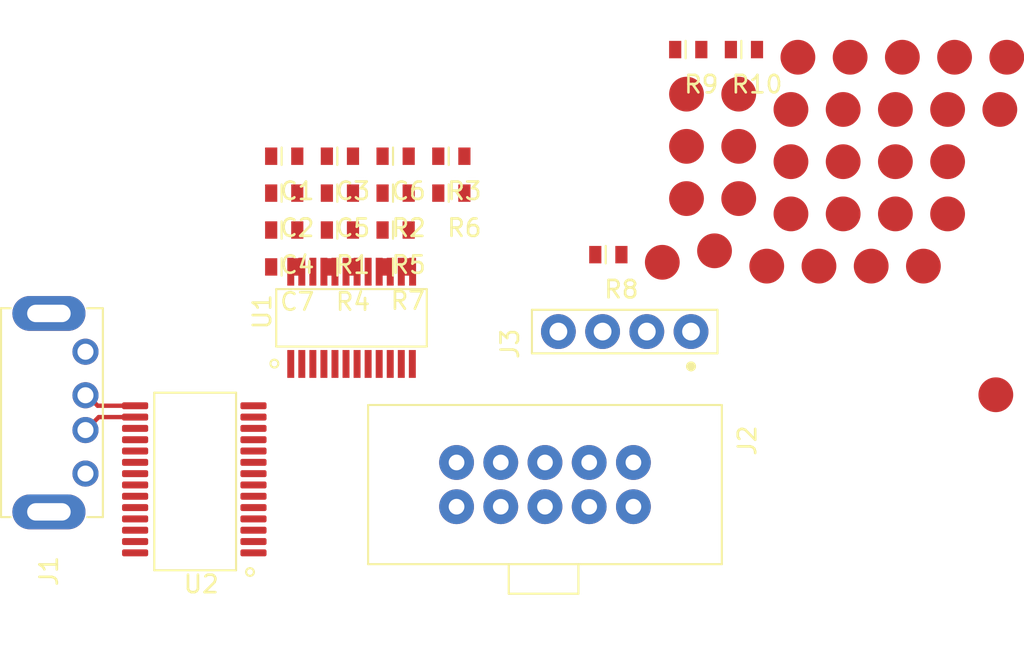
<source format=kicad_pcb>
(kicad_pcb (version 20171130) (host pcbnew "(5.1.5-0-10_14)")

  (general
    (thickness 1.6)
    (drawings 0)
    (tracks 7)
    (zones 0)
    (modules 53)
    (nets 50)
  )

  (page A4)
  (layers
    (0 F.Cu signal)
    (31 B.Cu signal)
    (32 B.Adhes user)
    (33 F.Adhes user hide)
    (34 B.Paste user)
    (35 F.Paste user)
    (36 B.SilkS user)
    (37 F.SilkS user)
    (38 B.Mask user hide)
    (39 F.Mask user hide)
    (40 Dwgs.User user)
    (41 Cmts.User user)
    (42 Eco1.User user)
    (43 Eco2.User user hide)
    (44 Edge.Cuts user hide)
    (45 Margin user)
    (46 B.CrtYd user)
    (47 F.CrtYd user)
    (48 B.Fab user)
    (49 F.Fab user)
  )

  (setup
    (last_trace_width 0.25)
    (trace_clearance 0.2)
    (zone_clearance 0.508)
    (zone_45_only no)
    (trace_min 0.2)
    (via_size 0.8)
    (via_drill 0.4)
    (via_min_size 0.4)
    (via_min_drill 0.3)
    (uvia_size 0.3)
    (uvia_drill 0.1)
    (uvias_allowed no)
    (uvia_min_size 0.2)
    (uvia_min_drill 0.1)
    (edge_width 0.05)
    (segment_width 0.2)
    (pcb_text_width 0.3)
    (pcb_text_size 1.5 1.5)
    (mod_edge_width 0.12)
    (mod_text_size 1 1)
    (mod_text_width 0.15)
    (pad_size 1.524 1.524)
    (pad_drill 0.762)
    (pad_to_mask_clearance 0.051)
    (solder_mask_min_width 0.25)
    (aux_axis_origin 0 0)
    (visible_elements FFFFFF7F)
    (pcbplotparams
      (layerselection 0x010fc_ffffffff)
      (usegerberextensions false)
      (usegerberattributes false)
      (usegerberadvancedattributes false)
      (creategerberjobfile false)
      (excludeedgelayer true)
      (linewidth 0.100000)
      (plotframeref false)
      (viasonmask false)
      (mode 1)
      (useauxorigin false)
      (hpglpennumber 1)
      (hpglpenspeed 20)
      (hpglpendiameter 15.000000)
      (psnegative false)
      (psa4output false)
      (plotreference true)
      (plotvalue true)
      (plotinvisibletext false)
      (padsonsilk false)
      (subtractmaskfromsilk false)
      (outputformat 1)
      (mirror false)
      (drillshape 1)
      (scaleselection 1)
      (outputdirectory ""))
  )

  (net 0 "")
  (net 1 "Net-(U1-Pad24)")
  (net 2 "Net-(U1-Pad13)")
  (net 3 "Net-(U1-Pad1)")
  (net 4 "Net-(U2-Pad28)")
  (net 5 "Net-(U2-Pad27)")
  (net 6 "Net-(U2-Pad24)")
  (net 7 "Net-(U2-Pad23)")
  (net 8 "Net-(U2-Pad22)")
  (net 9 "Net-(U2-Pad19)")
  (net 10 "Net-(U2-Pad13)")
  (net 11 "Net-(U2-Pad12)")
  (net 12 "Net-(U2-Pad8)")
  (net 13 "Net-(J1-Pad3)")
  (net 14 "Net-(J1-Pad2)")
  (net 15 GND)
  (net 16 +5V)
  (net 17 +3V3)
  (net 18 "Net-(R1-Pad2)")
  (net 19 "Net-(R2-Pad1)")
  (net 20 "Net-(R3-Pad1)")
  (net 21 "Net-(R4-Pad1)")
  (net 22 "Net-(R5-Pad1)")
  (net 23 "Net-(R6-Pad1)")
  (net 24 "Net-(R7-Pad1)")
  (net 25 /MCU_TO_FT)
  (net 26 /FT_TO_MCU)
  (net 27 "Net-(J2-Pad1)")
  (net 28 "Net-(J2-Pad8)")
  (net 29 /USB_PWR)
  (net 30 /TDI_C2CK)
  (net 31 /TDO_C2D)
  (net 32 /TMS_C2CK)
  (net 33 /TCK_C2D)
  (net 34 "Net-(J3-Pad4)")
  (net 35 /RX)
  (net 36 "Net-(T00-Pad1)")
  (net 37 "Net-(T01-Pad1)")
  (net 38 "Net-(T02-Pad1)")
  (net 39 "Net-(T03-Pad1)")
  (net 40 "Net-(T06-Pad1)")
  (net 41 "Net-(T10-Pad1)")
  (net 42 "Net-(T11-Pad1)")
  (net 43 "Net-(T12-Pad1)")
  (net 44 "Net-(T13-Pad1)")
  (net 45 "Net-(T14-Pad1)")
  (net 46 "Net-(T15-Pad1)")
  (net 47 "Net-(T16-Pad1)")
  (net 48 "Net-(T17-Pad1)")
  (net 49 "Net-(T21-Pad1)")

  (net_class Default "This is the default net class."
    (clearance 0.2)
    (trace_width 0.25)
    (via_dia 0.8)
    (via_drill 0.4)
    (uvia_dia 0.3)
    (uvia_drill 0.1)
    (add_net +3V3)
    (add_net +5V)
    (add_net /FT_TO_MCU)
    (add_net /MCU_TO_FT)
    (add_net /RX)
    (add_net /TCK_C2D)
    (add_net /TDI_C2CK)
    (add_net /TDO_C2D)
    (add_net /TMS_C2CK)
    (add_net /USB_PWR)
    (add_net GND)
    (add_net "Net-(J1-Pad2)")
    (add_net "Net-(J1-Pad3)")
    (add_net "Net-(J2-Pad1)")
    (add_net "Net-(J2-Pad8)")
    (add_net "Net-(J3-Pad4)")
    (add_net "Net-(R1-Pad2)")
    (add_net "Net-(R2-Pad1)")
    (add_net "Net-(R3-Pad1)")
    (add_net "Net-(R4-Pad1)")
    (add_net "Net-(R5-Pad1)")
    (add_net "Net-(R6-Pad1)")
    (add_net "Net-(R7-Pad1)")
    (add_net "Net-(T00-Pad1)")
    (add_net "Net-(T01-Pad1)")
    (add_net "Net-(T02-Pad1)")
    (add_net "Net-(T03-Pad1)")
    (add_net "Net-(T06-Pad1)")
    (add_net "Net-(T10-Pad1)")
    (add_net "Net-(T11-Pad1)")
    (add_net "Net-(T12-Pad1)")
    (add_net "Net-(T13-Pad1)")
    (add_net "Net-(T14-Pad1)")
    (add_net "Net-(T15-Pad1)")
    (add_net "Net-(T16-Pad1)")
    (add_net "Net-(T17-Pad1)")
    (add_net "Net-(T21-Pad1)")
    (add_net "Net-(U1-Pad1)")
    (add_net "Net-(U1-Pad13)")
    (add_net "Net-(U1-Pad24)")
    (add_net "Net-(U2-Pad12)")
    (add_net "Net-(U2-Pad13)")
    (add_net "Net-(U2-Pad19)")
    (add_net "Net-(U2-Pad22)")
    (add_net "Net-(U2-Pad23)")
    (add_net "Net-(U2-Pad24)")
    (add_net "Net-(U2-Pad27)")
    (add_net "Net-(U2-Pad28)")
    (add_net "Net-(U2-Pad8)")
  )

  (module receiver:TestPoint (layer F.Cu) (tedit 615734C8) (tstamp 61C25BAE)
    (at 81.919999 135.599999)
    (path /61D4A5E1)
    (fp_text reference T50 (at 0 0.5) (layer F.SilkS) hide
      (effects (font (size 1 1) (thickness 0.15)))
    )
    (fp_text value TestPoints (at 0 -0.5) (layer F.Fab) hide
      (effects (font (size 1 1) (thickness 0.15)))
    )
    (pad 1 smd circle (at 0 0) (size 2 2) (layers F.Cu F.Paste F.Mask)
      (net 34 "Net-(J3-Pad4)"))
  )

  (module receiver:TestPoint (layer F.Cu) (tedit 615734C8) (tstamp 61C25BA9)
    (at 86.08 142.99)
    (path /61CEB7E0)
    (fp_text reference T49 (at 0 0.5) (layer F.SilkS) hide
      (effects (font (size 1 1) (thickness 0.15)))
    )
    (fp_text value TestPoints (at 0 -0.5) (layer F.Fab) hide
      (effects (font (size 1 1) (thickness 0.15)))
    )
    (pad 1 smd circle (at 0 0) (size 2 2) (layers F.Cu F.Paste F.Mask)
      (net 15 GND))
  )

  (module receiver:TestPoint (layer F.Cu) (tedit 615734C8) (tstamp 61C25BA4)
    (at 83.309999 132.599999)
    (path /61CEC88D)
    (fp_text reference T48 (at 0 0.5) (layer F.SilkS) hide
      (effects (font (size 1 1) (thickness 0.15)))
    )
    (fp_text value TestPoints (at 0 -0.5) (layer F.Fab) hide
      (effects (font (size 1 1) (thickness 0.15)))
    )
    (pad 1 smd circle (at 0 0) (size 2 2) (layers F.Cu F.Paste F.Mask)
      (net 15 GND))
  )

  (module receiver:TestPoint (layer F.Cu) (tedit 615734C8) (tstamp 61C25B9F)
    (at 78.919999 135.599999)
    (path /61CEC9D6)
    (fp_text reference T47 (at 0 0.5) (layer F.SilkS) hide
      (effects (font (size 1 1) (thickness 0.15)))
    )
    (fp_text value TestPoints (at 0 -0.5) (layer F.Fab) hide
      (effects (font (size 1 1) (thickness 0.15)))
    )
    (pad 1 smd circle (at 0 0) (size 2 2) (layers F.Cu F.Paste F.Mask)
      (net 33 /TCK_C2D))
  )

  (module receiver:TestPoint (layer F.Cu) (tedit 615734C8) (tstamp 61C25B9A)
    (at 86.309999 126.599999)
    (path /61CECBDD)
    (fp_text reference T46 (at 0 0.5) (layer F.SilkS) hide
      (effects (font (size 1 1) (thickness 0.15)))
    )
    (fp_text value TestPoints (at 0 -0.5) (layer F.Fab) hide
      (effects (font (size 1 1) (thickness 0.15)))
    )
    (pad 1 smd circle (at 0 0) (size 2 2) (layers F.Cu F.Paste F.Mask)
      (net 33 /TCK_C2D))
  )

  (module receiver:TestPoint (layer F.Cu) (tedit 615734C8) (tstamp 61C25B95)
    (at 83.309999 129.599999)
    (path /61CECEB5)
    (fp_text reference T45 (at 0 0.5) (layer F.SilkS) hide
      (effects (font (size 1 1) (thickness 0.15)))
    )
    (fp_text value TestPoints (at 0 -0.5) (layer F.Fab) hide
      (effects (font (size 1 1) (thickness 0.15)))
    )
    (pad 1 smd circle (at 0 0) (size 2 2) (layers F.Cu F.Paste F.Mask)
      (net 30 /TDI_C2CK))
  )

  (module receiver:TestPoint (layer F.Cu) (tedit 615734C8) (tstamp 61C25B90)
    (at 80.309999 132.599999)
    (path /61CED11B)
    (fp_text reference T44 (at 0 0.5) (layer F.SilkS) hide
      (effects (font (size 1 1) (thickness 0.15)))
    )
    (fp_text value TestPoints (at 0 -0.5) (layer F.Fab) hide
      (effects (font (size 1 1) (thickness 0.15)))
    )
    (pad 1 smd circle (at 0 0) (size 2 2) (layers F.Cu F.Paste F.Mask)
      (net 30 /TDI_C2CK))
  )

  (module receiver:TestPoint (layer F.Cu) (tedit 615734C8) (tstamp 61C25B8B)
    (at 75.919999 135.599999)
    (path /61CED381)
    (fp_text reference T43 (at 0 0.5) (layer F.SilkS) hide
      (effects (font (size 1 1) (thickness 0.15)))
    )
    (fp_text value TestPoints (at 0 -0.5) (layer F.Fab) hide
      (effects (font (size 1 1) (thickness 0.15)))
    )
    (pad 1 smd circle (at 0 0) (size 2 2) (layers F.Cu F.Paste F.Mask)
      (net 17 +3V3))
  )

  (module receiver:TestPoint (layer F.Cu) (tedit 615734C8) (tstamp 61C25B86)
    (at 86.709999 123.599999)
    (path /61CED588)
    (fp_text reference T42 (at 0 0.5) (layer F.SilkS) hide
      (effects (font (size 1 1) (thickness 0.15)))
    )
    (fp_text value TestPoints (at 0 -0.5) (layer F.Fab) hide
      (effects (font (size 1 1) (thickness 0.15)))
    )
    (pad 1 smd circle (at 0 0) (size 2 2) (layers F.Cu F.Paste F.Mask)
      (net 17 +3V3))
  )

  (module receiver:TestPoint (layer F.Cu) (tedit 615734C8) (tstamp 61C25B81)
    (at 72.919999 135.599999)
    (path /61D11F0E)
    (fp_text reference T41 (at 0 0.5) (layer F.SilkS) hide
      (effects (font (size 1 1) (thickness 0.15)))
    )
    (fp_text value TestPoints (at 0 -0.5) (layer F.Fab) hide
      (effects (font (size 1 1) (thickness 0.15)))
    )
    (pad 1 smd circle (at 0 0) (size 2 2) (layers F.Cu F.Paste F.Mask)
      (net 16 +5V))
  )

  (module receiver:TestPoint (layer F.Cu) (tedit 615734C8) (tstamp 61C25B7C)
    (at 83.309999 126.599999)
    (path /61D122CA)
    (fp_text reference T40 (at 0 0.5) (layer F.SilkS) hide
      (effects (font (size 1 1) (thickness 0.15)))
    )
    (fp_text value TestPoints (at 0 -0.5) (layer F.Fab) hide
      (effects (font (size 1 1) (thickness 0.15)))
    )
    (pad 1 smd circle (at 0 0) (size 2 2) (layers F.Cu F.Paste F.Mask)
      (net 16 +5V))
  )

  (module receiver:TestPoint (layer F.Cu) (tedit 615734C8) (tstamp 61C25B77)
    (at 80.309999 129.599999)
    (path /61C6210D)
    (fp_text reference T33 (at 0 0.5) (layer F.SilkS) hide
      (effects (font (size 1 1) (thickness 0.15)))
    )
    (fp_text value TestPoints (at 0 -0.5) (layer F.Fab) hide
      (effects (font (size 1 1) (thickness 0.15)))
    )
    (pad 1 smd circle (at 0 0) (size 2 2) (layers F.Cu F.Paste F.Mask)
      (net 32 /TMS_C2CK))
  )

  (module receiver:TestPoint (layer F.Cu) (tedit 615734C8) (tstamp 61C25B72)
    (at 77.309999 132.599999)
    (path /61C61ADE)
    (fp_text reference T32 (at 0 0.5) (layer F.SilkS) hide
      (effects (font (size 1 1) (thickness 0.15)))
    )
    (fp_text value TestPoints (at 0 -0.5) (layer F.Fab) hide
      (effects (font (size 1 1) (thickness 0.15)))
    )
    (pad 1 smd circle (at 0 0) (size 2 2) (layers F.Cu F.Paste F.Mask)
      (net 31 /TDO_C2D))
  )

  (module receiver:TestPoint (layer F.Cu) (tedit 615734C8) (tstamp 61C25B6D)
    (at 83.709999 123.599999)
    (path /61C610AB)
    (fp_text reference T31 (at 0 0.5) (layer F.SilkS) hide
      (effects (font (size 1 1) (thickness 0.15)))
    )
    (fp_text value TestPoints (at 0 -0.5) (layer F.Fab) hide
      (effects (font (size 1 1) (thickness 0.15)))
    )
    (pad 1 smd circle (at 0 0) (size 2 2) (layers F.Cu F.Paste F.Mask)
      (net 29 /USB_PWR))
  )

  (module receiver:TestPoint (layer F.Cu) (tedit 615734C8) (tstamp 61C25B68)
    (at 74.309999 132.599999)
    (path /61D28FC5)
    (fp_text reference T21 (at 0 0.5) (layer F.SilkS) hide
      (effects (font (size 1 1) (thickness 0.15)))
    )
    (fp_text value TestPoints (at 0 -0.5) (layer F.Fab) hide
      (effects (font (size 1 1) (thickness 0.15)))
    )
    (pad 1 smd circle (at 0 0) (size 2 2) (layers F.Cu F.Paste F.Mask)
      (net 49 "Net-(T21-Pad1)"))
  )

  (module receiver:TestPoint (layer F.Cu) (tedit 615734C8) (tstamp 61C25B63)
    (at 80.309999 126.599999)
    (path /61CA20E7)
    (fp_text reference T17 (at 0 0.5) (layer F.SilkS) hide
      (effects (font (size 1 1) (thickness 0.15)))
    )
    (fp_text value TestPoints (at 0 -0.5) (layer F.Fab) hide
      (effects (font (size 1 1) (thickness 0.15)))
    )
    (pad 1 smd circle (at 0 0) (size 2 2) (layers F.Cu F.Paste F.Mask)
      (net 48 "Net-(T17-Pad1)"))
  )

  (module receiver:TestPoint (layer F.Cu) (tedit 615734C8) (tstamp 61C25B5E)
    (at 77.309999 129.599999)
    (path /61CA2C00)
    (fp_text reference T16 (at 0 0.5) (layer F.SilkS) hide
      (effects (font (size 1 1) (thickness 0.15)))
    )
    (fp_text value TestPoints (at 0 -0.5) (layer F.Fab) hide
      (effects (font (size 1 1) (thickness 0.15)))
    )
    (pad 1 smd circle (at 0 0) (size 2 2) (layers F.Cu F.Paste F.Mask)
      (net 47 "Net-(T16-Pad1)"))
  )

  (module receiver:TestPoint (layer F.Cu) (tedit 615734C8) (tstamp 61C25B59)
    (at 69.919999 134.719999)
    (path /61CA2DE1)
    (fp_text reference T15 (at 0 0.5) (layer F.SilkS) hide
      (effects (font (size 1 1) (thickness 0.15)))
    )
    (fp_text value TestPoints (at 0 -0.5) (layer F.Fab) hide
      (effects (font (size 1 1) (thickness 0.15)))
    )
    (pad 1 smd circle (at 0 0) (size 2 2) (layers F.Cu F.Paste F.Mask)
      (net 46 "Net-(T15-Pad1)"))
  )

  (module receiver:TestPoint (layer F.Cu) (tedit 615734C8) (tstamp 61C25B54)
    (at 80.709999 123.599999)
    (path /61CA2F76)
    (fp_text reference T14 (at 0 0.5) (layer F.SilkS) hide
      (effects (font (size 1 1) (thickness 0.15)))
    )
    (fp_text value TestPoints (at 0 -0.5) (layer F.Fab) hide
      (effects (font (size 1 1) (thickness 0.15)))
    )
    (pad 1 smd circle (at 0 0) (size 2 2) (layers F.Cu F.Paste F.Mask)
      (net 45 "Net-(T14-Pad1)"))
  )

  (module receiver:TestPoint (layer F.Cu) (tedit 615734C8) (tstamp 61C25B4F)
    (at 74.309999 129.599999)
    (path /61CA31C9)
    (fp_text reference T13 (at 0 0.5) (layer F.SilkS) hide
      (effects (font (size 1 1) (thickness 0.15)))
    )
    (fp_text value TestPoints (at 0 -0.5) (layer F.Fab) hide
      (effects (font (size 1 1) (thickness 0.15)))
    )
    (pad 1 smd circle (at 0 0) (size 2 2) (layers F.Cu F.Paste F.Mask)
      (net 44 "Net-(T13-Pad1)"))
  )

  (module receiver:TestPoint (layer F.Cu) (tedit 615734C8) (tstamp 61C25B4A)
    (at 77.309999 126.599999)
    (path /61CA33F6)
    (fp_text reference T12 (at 0 0.5) (layer F.SilkS) hide
      (effects (font (size 1 1) (thickness 0.15)))
    )
    (fp_text value TestPoints (at 0 -0.5) (layer F.Fab) hide
      (effects (font (size 1 1) (thickness 0.15)))
    )
    (pad 1 smd circle (at 0 0) (size 2 2) (layers F.Cu F.Paste F.Mask)
      (net 43 "Net-(T12-Pad1)"))
  )

  (module receiver:TestPoint (layer F.Cu) (tedit 615734C8) (tstamp 61C25B45)
    (at 71.309999 131.719999)
    (path /61CA365C)
    (fp_text reference T11 (at 0 0.5) (layer F.SilkS) hide
      (effects (font (size 1 1) (thickness 0.15)))
    )
    (fp_text value TestPoints (at 0 -0.5) (layer F.Fab) hide
      (effects (font (size 1 1) (thickness 0.15)))
    )
    (pad 1 smd circle (at 0 0) (size 2 2) (layers F.Cu F.Paste F.Mask)
      (net 42 "Net-(T11-Pad1)"))
  )

  (module receiver:TestPoint (layer F.Cu) (tedit 615734C8) (tstamp 61C25B40)
    (at 74.309999 126.599999)
    (path /61CA383D)
    (fp_text reference T10 (at 0 0.5) (layer F.SilkS) hide
      (effects (font (size 1 1) (thickness 0.15)))
    )
    (fp_text value TestPoints (at 0 -0.5) (layer F.Fab) hide
      (effects (font (size 1 1) (thickness 0.15)))
    )
    (pad 1 smd circle (at 0 0) (size 2 2) (layers F.Cu F.Paste F.Mask)
      (net 41 "Net-(T10-Pad1)"))
  )

  (module receiver:TestPoint (layer F.Cu) (tedit 615734C8) (tstamp 61C25B3B)
    (at 77.709999 123.599999)
    (path /61CA3A1E)
    (fp_text reference T07 (at 0 0.5) (layer F.SilkS) hide
      (effects (font (size 1 1) (thickness 0.15)))
    )
    (fp_text value TestPoints (at 0 -0.5) (layer F.Fab) hide
      (effects (font (size 1 1) (thickness 0.15)))
    )
    (pad 1 smd circle (at 0 0) (size 2 2) (layers F.Cu F.Paste F.Mask)
      (net 35 /RX))
  )

  (module receiver:TestPoint (layer F.Cu) (tedit 615734C8) (tstamp 61C25B36)
    (at 66.919999 135.379999)
    (path /61CA3D55)
    (fp_text reference T06 (at 0 0.5) (layer F.SilkS) hide
      (effects (font (size 1 1) (thickness 0.15)))
    )
    (fp_text value TestPoints (at 0 -0.5) (layer F.Fab) hide
      (effects (font (size 1 1) (thickness 0.15)))
    )
    (pad 1 smd circle (at 0 0) (size 2 2) (layers F.Cu F.Paste F.Mask)
      (net 40 "Net-(T06-Pad1)"))
  )

  (module receiver:TestPoint (layer F.Cu) (tedit 615734C8) (tstamp 61C25B31)
    (at 68.309999 131.719999)
    (path /61CA3EC4)
    (fp_text reference T05 (at 0 0.5) (layer F.SilkS) hide
      (effects (font (size 1 1) (thickness 0.15)))
    )
    (fp_text value TestPoints (at 0 -0.5) (layer F.Fab) hide
      (effects (font (size 1 1) (thickness 0.15)))
    )
    (pad 1 smd circle (at 0 0) (size 2 2) (layers F.Cu F.Paste F.Mask)
      (net 26 /FT_TO_MCU))
  )

  (module receiver:TestPoint (layer F.Cu) (tedit 615734C8) (tstamp 61C25B2C)
    (at 71.309999 128.719999)
    (path /61CA5031)
    (fp_text reference T04 (at 0 0.5) (layer F.SilkS) hide
      (effects (font (size 1 1) (thickness 0.15)))
    )
    (fp_text value TestPoints (at 0 -0.5) (layer F.Fab) hide
      (effects (font (size 1 1) (thickness 0.15)))
    )
    (pad 1 smd circle (at 0 0) (size 2 2) (layers F.Cu F.Paste F.Mask)
      (net 25 /MCU_TO_FT))
  )

  (module receiver:TestPoint (layer F.Cu) (tedit 615734C8) (tstamp 61C25B27)
    (at 68.309999 128.719999)
    (path /61CA406C)
    (fp_text reference T03 (at 0 0.5) (layer F.SilkS) hide
      (effects (font (size 1 1) (thickness 0.15)))
    )
    (fp_text value TestPoints (at 0 -0.5) (layer F.Fab) hide
      (effects (font (size 1 1) (thickness 0.15)))
    )
    (pad 1 smd circle (at 0 0) (size 2 2) (layers F.Cu F.Paste F.Mask)
      (net 39 "Net-(T03-Pad1)"))
  )

  (module receiver:TestPoint (layer F.Cu) (tedit 615734C8) (tstamp 61C25B22)
    (at 71.309999 125.719999)
    (path /61CA4629)
    (fp_text reference T02 (at 0 0.5) (layer F.SilkS) hide
      (effects (font (size 1 1) (thickness 0.15)))
    )
    (fp_text value TestPoints (at 0 -0.5) (layer F.Fab) hide
      (effects (font (size 1 1) (thickness 0.15)))
    )
    (pad 1 smd circle (at 0 0) (size 2 2) (layers F.Cu F.Paste F.Mask)
      (net 38 "Net-(T02-Pad1)"))
  )

  (module receiver:TestPoint (layer F.Cu) (tedit 615734C8) (tstamp 61C25B1D)
    (at 68.309999 125.719999)
    (path /61CA4785)
    (fp_text reference T01 (at 0 0.5) (layer F.SilkS) hide
      (effects (font (size 1 1) (thickness 0.15)))
    )
    (fp_text value TestPoints (at 0 -0.5) (layer F.Fab) hide
      (effects (font (size 1 1) (thickness 0.15)))
    )
    (pad 1 smd circle (at 0 0) (size 2 2) (layers F.Cu F.Paste F.Mask)
      (net 37 "Net-(T01-Pad1)"))
  )

  (module receiver:TestPoint (layer F.Cu) (tedit 615734C8) (tstamp 61C25B18)
    (at 74.709999 123.599999)
    (path /61CA48F4)
    (fp_text reference T00 (at 0 0.5) (layer F.SilkS) hide
      (effects (font (size 1 1) (thickness 0.15)))
    )
    (fp_text value TestPoints (at 0 -0.5) (layer F.Fab) hide
      (effects (font (size 1 1) (thickness 0.15)))
    )
    (pad 1 smd circle (at 0 0) (size 2 2) (layers F.Cu F.Paste F.Mask)
      (net 36 "Net-(T00-Pad1)"))
  )

  (module receiver:0603 (layer F.Cu) (tedit 5EA58315) (tstamp 61C25B13)
    (at 70.859999 123.16)
    (path /61C48C4A)
    (fp_text reference R10 (at 1.5 2) (layer F.SilkS)
      (effects (font (size 1 1) (thickness 0.15)))
    )
    (fp_text value RES_0603 (at 0 -2) (layer F.Fab)
      (effects (font (size 1 1) (thickness 0.15)))
    )
    (fp_line (start 0.6 -0.5) (end 0.6 0.5) (layer F.SilkS) (width 0.12))
    (pad 2 smd rect (at 1.5 0) (size 0.7 1) (layers F.Cu F.Paste F.Mask)
      (net 17 +3V3))
    (pad 1 smd rect (at 0 0) (size 0.7 1) (layers F.Cu F.Paste F.Mask)
      (net 30 /TDI_C2CK))
  )

  (module receiver:0603 (layer F.Cu) (tedit 5EA58315) (tstamp 61C25B0C)
    (at 67.659999 123.16)
    (path /61D4B4CD)
    (fp_text reference R9 (at 1.5 2) (layer F.SilkS)
      (effects (font (size 1 1) (thickness 0.15)))
    )
    (fp_text value RES_0603 (at 0 -2) (layer F.Fab)
      (effects (font (size 1 1) (thickness 0.15)))
    )
    (fp_line (start 0.6 -0.5) (end 0.6 0.5) (layer F.SilkS) (width 0.12))
    (pad 2 smd rect (at 1.5 0) (size 0.7 1) (layers F.Cu F.Paste F.Mask)
      (net 17 +3V3))
    (pad 1 smd rect (at 0 0) (size 0.7 1) (layers F.Cu F.Paste F.Mask)
      (net 34 "Net-(J3-Pad4)"))
  )

  (module receiver:0603 (layer F.Cu) (tedit 5EA58315) (tstamp 61C25B05)
    (at 63.069999 134.94)
    (path /61D4C852)
    (fp_text reference R8 (at 1.5 2) (layer F.SilkS)
      (effects (font (size 1 1) (thickness 0.15)))
    )
    (fp_text value RES_0603 (at 0 -2) (layer F.Fab)
      (effects (font (size 1 1) (thickness 0.15)))
    )
    (fp_line (start 0.6 -0.5) (end 0.6 0.5) (layer F.SilkS) (width 0.12))
    (pad 2 smd rect (at 1.5 0) (size 0.7 1) (layers F.Cu F.Paste F.Mask)
      (net 16 +5V))
    (pad 1 smd rect (at 0 0) (size 0.7 1) (layers F.Cu F.Paste F.Mask)
      (net 34 "Net-(J3-Pad4)"))
  )

  (module receiver:2212S-04SG-85 (layer F.Cu) (tedit 61C253C1) (tstamp 61C25AAA)
    (at 68.57 139.36 270)
    (path /61D4954F)
    (fp_text reference J3 (at 0.7 10.4 90) (layer F.SilkS)
      (effects (font (size 1 1) (thickness 0.15)))
    )
    (fp_text value 2212S-04SG-85 (at 5.1 12 90) (layer F.Fab)
      (effects (font (size 1 1) (thickness 0.15)))
    )
    (fp_circle (center 2 0) (end 2.2 0) (layer F.SilkS) (width 0.12))
    (fp_circle (center 2 0) (end 2.223606 0) (layer F.SilkS) (width 0.12))
    (fp_line (start 2 0) (end 1.9 0) (layer F.SilkS) (width 0.12))
    (fp_circle (center 2 0) (end 2.1 0) (layer F.SilkS) (width 0.12))
    (fp_circle (center 2 0) (end 2.1 0.2) (layer F.SilkS) (width 0.12))
    (fp_line (start 1.25 9.14) (end -1.25 9.14) (layer F.SilkS) (width 0.12))
    (fp_line (start 1.25 -1.52) (end -1.25 -1.52) (layer F.SilkS) (width 0.12))
    (fp_line (start -1.25 -1.52) (end -1.25 9.14) (layer F.SilkS) (width 0.12))
    (fp_line (start 1.25 -1.52) (end 1.25 9.14) (layer F.SilkS) (width 0.12))
    (pad 4 thru_hole circle (at 0 7.62 270) (size 2 2) (drill 1.02) (layers *.Cu *.Mask)
      (net 34 "Net-(J3-Pad4)"))
    (pad 3 thru_hole circle (at 0 5.08 270) (size 2 2) (drill 1.02) (layers *.Cu *.Mask)
      (net 35 /RX))
    (pad 2 thru_hole circle (at 0 2.54 270) (size 2 2) (drill 1.02) (layers *.Cu *.Mask)
      (net 35 /RX))
    (pad 1 thru_hole circle (at 0 0 270) (size 2 2) (drill 1.02) (layers *.Cu *.Mask)
      (net 15 GND))
  )

  (module receiver:5103309-1 (layer F.Cu) (tedit 61C10769) (tstamp 61C10B73)
    (at 55.1 149.42 270)
    (path /61C66F09)
    (fp_text reference J2 (at -3.8 -16.7 90) (layer F.SilkS)
      (effects (font (size 1 1) (thickness 0.15)))
    )
    (fp_text value 5103309-1 (at -1.1 6.4 90) (layer F.Fab)
      (effects (font (size 1 1) (thickness 0.15)))
    )
    (fp_line (start 5 -3) (end 3.3 -3) (layer F.SilkS) (width 0.12))
    (fp_line (start 5 -7) (end 3.3 -7) (layer F.SilkS) (width 0.12))
    (fp_line (start 5 -3) (end 5 -7) (layer F.SilkS) (width 0.12))
    (fp_line (start -5.842 5.08) (end 3.302 5.08) (layer F.SilkS) (width 0.12))
    (fp_line (start 3.302 -15.24) (end -5.842 -15.24) (layer F.SilkS) (width 0.12))
    (fp_line (start -5.842 -15.24) (end -5.842 5.08) (layer F.SilkS) (width 0.12))
    (fp_line (start 3.302 -15.24) (end 3.302 5.08) (layer F.SilkS) (width 0.12))
    (pad 10 thru_hole circle (at -2.54 -10.16 270) (size 2 2) (drill 0.9) (layers *.Cu *.Mask)
      (net 29 /USB_PWR))
    (pad 9 thru_hole circle (at 0 -10.16 270) (size 2 2) (drill 0.9) (layers *.Cu *.Mask)
      (net 15 GND))
    (pad 8 thru_hole circle (at -2.54 -7.62 270) (size 2 2) (drill 0.9) (layers *.Cu *.Mask)
      (net 28 "Net-(J2-Pad8)"))
    (pad 7 thru_hole circle (at 0 -7.62 270) (size 2 2) (drill 0.9) (layers *.Cu *.Mask)
      (net 30 /TDI_C2CK))
    (pad 6 thru_hole circle (at -2.54 -5.08 270) (size 2 2) (drill 0.9) (layers *.Cu *.Mask)
      (net 31 /TDO_C2D))
    (pad 5 thru_hole circle (at 0 -5.08 270) (size 2 2) (drill 0.9) (layers *.Cu *.Mask)
      (net 32 /TMS_C2CK))
    (pad 4 thru_hole circle (at -2.54 -2.54 270) (size 2 2) (drill 0.9) (layers *.Cu *.Mask)
      (net 33 /TCK_C2D))
    (pad 3 thru_hole circle (at 0 -2.54 270) (size 2 2) (drill 0.9) (layers *.Cu *.Mask)
      (net 15 GND))
    (pad 2 thru_hole circle (at -2.54 0 270) (size 2 2) (drill 0.9) (layers *.Cu *.Mask)
      (net 15 GND))
    (pad 1 thru_hole circle (at 0 0 270) (size 2 2) (drill 0.9) (layers *.Cu *.Mask)
      (net 27 "Net-(J2-Pad1)"))
  )

  (module receiver:0603 (layer F.Cu) (tedit 5EA58315) (tstamp 61C0F6D6)
    (at 50.85 135.646)
    (path /61C47CD5)
    (fp_text reference R7 (at 1.45 1.944) (layer F.SilkS)
      (effects (font (size 1 1) (thickness 0.15)))
    )
    (fp_text value RES_0603 (at 0 -2) (layer F.Fab)
      (effects (font (size 1 1) (thickness 0.15)))
    )
    (fp_line (start 0.6 -0.5) (end 0.6 0.5) (layer F.SilkS) (width 0.12))
    (pad 2 smd rect (at 1.5 0) (size 0.7 1) (layers F.Cu F.Paste F.Mask)
      (net 17 +3V3))
    (pad 1 smd rect (at 0 0) (size 0.7 1) (layers F.Cu F.Paste F.Mask)
      (net 24 "Net-(R7-Pad1)"))
  )

  (module receiver:0603 (layer F.Cu) (tedit 5EA58315) (tstamp 61C0F6CF)
    (at 54.05 131.406)
    (path /61C47814)
    (fp_text reference R6 (at 1.5 2) (layer F.SilkS)
      (effects (font (size 1 1) (thickness 0.15)))
    )
    (fp_text value RES_0603 (at 0 -2) (layer F.Fab)
      (effects (font (size 1 1) (thickness 0.15)))
    )
    (fp_line (start 0.6 -0.5) (end 0.6 0.5) (layer F.SilkS) (width 0.12))
    (pad 2 smd rect (at 1.5 0) (size 0.7 1) (layers F.Cu F.Paste F.Mask)
      (net 17 +3V3))
    (pad 1 smd rect (at 0 0) (size 0.7 1) (layers F.Cu F.Paste F.Mask)
      (net 23 "Net-(R6-Pad1)"))
  )

  (module receiver:0603 (layer F.Cu) (tedit 5EA58315) (tstamp 61C0F6C8)
    (at 50.85 133.526)
    (path /61C4447F)
    (fp_text reference R5 (at 1.5 2) (layer F.SilkS)
      (effects (font (size 1 1) (thickness 0.15)))
    )
    (fp_text value RES_0603 (at 0 -2) (layer F.Fab)
      (effects (font (size 1 1) (thickness 0.15)))
    )
    (fp_line (start 0.6 -0.5) (end 0.6 0.5) (layer F.SilkS) (width 0.12))
    (pad 2 smd rect (at 1.5 0) (size 0.7 1) (layers F.Cu F.Paste F.Mask)
      (net 17 +3V3))
    (pad 1 smd rect (at 0 0) (size 0.7 1) (layers F.Cu F.Paste F.Mask)
      (net 22 "Net-(R5-Pad1)"))
  )

  (module receiver:0603 (layer F.Cu) (tedit 5EA58315) (tstamp 61C0F6C1)
    (at 47.65 135.646)
    (path /61C44176)
    (fp_text reference R4 (at 1.5 2) (layer F.SilkS)
      (effects (font (size 1 1) (thickness 0.15)))
    )
    (fp_text value RES_0603 (at 0 -2) (layer F.Fab)
      (effects (font (size 1 1) (thickness 0.15)))
    )
    (fp_line (start 0.6 -0.5) (end 0.6 0.5) (layer F.SilkS) (width 0.12))
    (pad 2 smd rect (at 1.5 0) (size 0.7 1) (layers F.Cu F.Paste F.Mask)
      (net 17 +3V3))
    (pad 1 smd rect (at 0 0) (size 0.7 1) (layers F.Cu F.Paste F.Mask)
      (net 21 "Net-(R4-Pad1)"))
  )

  (module receiver:0603 (layer F.Cu) (tedit 5EA58315) (tstamp 61C0F6BA)
    (at 54.05 129.286)
    (path /61C43F07)
    (fp_text reference R3 (at 1.5 2) (layer F.SilkS)
      (effects (font (size 1 1) (thickness 0.15)))
    )
    (fp_text value RES_0603 (at 0 -2) (layer F.Fab)
      (effects (font (size 1 1) (thickness 0.15)))
    )
    (fp_line (start 0.6 -0.5) (end 0.6 0.5) (layer F.SilkS) (width 0.12))
    (pad 2 smd rect (at 1.5 0) (size 0.7 1) (layers F.Cu F.Paste F.Mask)
      (net 17 +3V3))
    (pad 1 smd rect (at 0 0) (size 0.7 1) (layers F.Cu F.Paste F.Mask)
      (net 20 "Net-(R3-Pad1)"))
  )

  (module receiver:0603 (layer F.Cu) (tedit 5EA58315) (tstamp 61C0F6B3)
    (at 50.85 131.406)
    (path /61C425F8)
    (fp_text reference R2 (at 1.5 2) (layer F.SilkS)
      (effects (font (size 1 1) (thickness 0.15)))
    )
    (fp_text value RES_0603 (at 0 -2) (layer F.Fab)
      (effects (font (size 1 1) (thickness 0.15)))
    )
    (fp_line (start 0.6 -0.5) (end 0.6 0.5) (layer F.SilkS) (width 0.12))
    (pad 2 smd rect (at 1.5 0) (size 0.7 1) (layers F.Cu F.Paste F.Mask)
      (net 17 +3V3))
    (pad 1 smd rect (at 0 0) (size 0.7 1) (layers F.Cu F.Paste F.Mask)
      (net 19 "Net-(R2-Pad1)"))
  )

  (module receiver:0603 (layer F.Cu) (tedit 5EA58315) (tstamp 61C0F6AC)
    (at 47.65 133.526)
    (path /61C3CB26)
    (fp_text reference R1 (at 1.5 2) (layer F.SilkS)
      (effects (font (size 1 1) (thickness 0.15)))
    )
    (fp_text value RES_0603 (at 0 -2) (layer F.Fab)
      (effects (font (size 1 1) (thickness 0.15)))
    )
    (fp_line (start 0.6 -0.5) (end 0.6 0.5) (layer F.SilkS) (width 0.12))
    (pad 2 smd rect (at 1.5 0) (size 0.7 1) (layers F.Cu F.Paste F.Mask)
      (net 18 "Net-(R1-Pad2)"))
    (pad 1 smd rect (at 0 0) (size 0.7 1) (layers F.Cu F.Paste F.Mask)
      (net 17 +3V3))
  )

  (module receiver:0603 (layer F.Cu) (tedit 5EA58315) (tstamp 61C0F683)
    (at 44.45 135.646)
    (path /61C36733)
    (fp_text reference C7 (at 1.5 2) (layer F.SilkS)
      (effects (font (size 1 1) (thickness 0.15)))
    )
    (fp_text value CAP_0603 (at 0 -2) (layer F.Fab)
      (effects (font (size 1 1) (thickness 0.15)))
    )
    (fp_line (start 0.6 -0.5) (end 0.6 0.5) (layer F.SilkS) (width 0.12))
    (pad 2 smd rect (at 1.5 0) (size 0.7 1) (layers F.Cu F.Paste F.Mask)
      (net 15 GND))
    (pad 1 smd rect (at 0 0) (size 0.7 1) (layers F.Cu F.Paste F.Mask)
      (net 17 +3V3))
  )

  (module receiver:0603 (layer F.Cu) (tedit 5EA58315) (tstamp 61C0F67C)
    (at 50.85 129.286)
    (path /61C25E02)
    (fp_text reference C6 (at 1.5 2) (layer F.SilkS)
      (effects (font (size 1 1) (thickness 0.15)))
    )
    (fp_text value CAP_0603 (at 0 -2) (layer F.Fab)
      (effects (font (size 1 1) (thickness 0.15)))
    )
    (fp_line (start 0.6 -0.5) (end 0.6 0.5) (layer F.SilkS) (width 0.12))
    (pad 2 smd rect (at 1.5 0) (size 0.7 1) (layers F.Cu F.Paste F.Mask)
      (net 15 GND))
    (pad 1 smd rect (at 0 0) (size 0.7 1) (layers F.Cu F.Paste F.Mask)
      (net 17 +3V3))
  )

  (module receiver:0603 (layer F.Cu) (tedit 5EA58315) (tstamp 61C0F675)
    (at 47.65 131.406)
    (path /61C25687)
    (fp_text reference C5 (at 1.5 2) (layer F.SilkS)
      (effects (font (size 1 1) (thickness 0.15)))
    )
    (fp_text value CAP_0603 (at 0 -2) (layer F.Fab)
      (effects (font (size 1 1) (thickness 0.15)))
    )
    (fp_line (start 0.6 -0.5) (end 0.6 0.5) (layer F.SilkS) (width 0.12))
    (pad 2 smd rect (at 1.5 0) (size 0.7 1) (layers F.Cu F.Paste F.Mask)
      (net 15 GND))
    (pad 1 smd rect (at 0 0) (size 0.7 1) (layers F.Cu F.Paste F.Mask)
      (net 16 +5V))
  )

  (module receiver:0603 (layer F.Cu) (tedit 5EA58315) (tstamp 61C0F66E)
    (at 44.45 133.526)
    (path /61C56334)
    (fp_text reference C4 (at 1.5 2) (layer F.SilkS)
      (effects (font (size 1 1) (thickness 0.15)))
    )
    (fp_text value CAP_0603 (at 0 -2) (layer F.Fab)
      (effects (font (size 1 1) (thickness 0.15)))
    )
    (fp_line (start 0.6 -0.5) (end 0.6 0.5) (layer F.SilkS) (width 0.12))
    (pad 2 smd rect (at 1.5 0) (size 0.7 1) (layers F.Cu F.Paste F.Mask)
      (net 15 GND))
    (pad 1 smd rect (at 0 0) (size 0.7 1) (layers F.Cu F.Paste F.Mask)
      (net 17 +3V3))
  )

  (module receiver:0603 (layer F.Cu) (tedit 5EA58315) (tstamp 61C0F667)
    (at 47.65 129.286)
    (path /61C1B2B5)
    (fp_text reference C3 (at 1.5 2) (layer F.SilkS)
      (effects (font (size 1 1) (thickness 0.15)))
    )
    (fp_text value CAP_0603 (at 0 -2) (layer F.Fab)
      (effects (font (size 1 1) (thickness 0.15)))
    )
    (fp_line (start 0.6 -0.5) (end 0.6 0.5) (layer F.SilkS) (width 0.12))
    (pad 2 smd rect (at 1.5 0) (size 0.7 1) (layers F.Cu F.Paste F.Mask)
      (net 15 GND))
    (pad 1 smd rect (at 0 0) (size 0.7 1) (layers F.Cu F.Paste F.Mask)
      (net 16 +5V))
  )

  (module receiver:0603 (layer F.Cu) (tedit 5EA58315) (tstamp 61C0F660)
    (at 44.45 131.406)
    (path /61C1A88E)
    (fp_text reference C2 (at 1.5 2) (layer F.SilkS)
      (effects (font (size 1 1) (thickness 0.15)))
    )
    (fp_text value CAP_0603 (at 0 -2) (layer F.Fab)
      (effects (font (size 1 1) (thickness 0.15)))
    )
    (fp_line (start 0.6 -0.5) (end 0.6 0.5) (layer F.SilkS) (width 0.12))
    (pad 2 smd rect (at 1.5 0) (size 0.7 1) (layers F.Cu F.Paste F.Mask)
      (net 15 GND))
    (pad 1 smd rect (at 0 0) (size 0.7 1) (layers F.Cu F.Paste F.Mask)
      (net 16 +5V))
  )

  (module receiver:0603 (layer F.Cu) (tedit 5EA58315) (tstamp 61C0F659)
    (at 44.45 129.286)
    (path /61C1974B)
    (fp_text reference C1 (at 1.5 2) (layer F.SilkS)
      (effects (font (size 1 1) (thickness 0.15)))
    )
    (fp_text value CAP_0603 (at 0 -2) (layer F.Fab)
      (effects (font (size 1 1) (thickness 0.15)))
    )
    (fp_line (start 0.6 -0.5) (end 0.6 0.5) (layer F.SilkS) (width 0.12))
    (pad 2 smd rect (at 1.5 0) (size 0.7 1) (layers F.Cu F.Paste F.Mask)
      (net 15 GND))
    (pad 1 smd rect (at 0 0) (size 0.7 1) (layers F.Cu F.Paste F.Mask)
      (net 16 +5V))
  )

  (module receiver:48037-0001 (layer F.Cu) (tedit 61BD0FB6) (tstamp 61BD10E7)
    (at 33.782 144.018 270)
    (path /61BD1ABB)
    (fp_text reference J1 (at 9.1 2.1 90) (layer F.SilkS)
      (effects (font (size 1 1) (thickness 0.15)))
    )
    (fp_text value 48037-0001 (at -13.97 1.778 90) (layer F.Fab)
      (effects (font (size 1 1) (thickness 0.15)))
    )
    (fp_line (start -6 -1) (end -6 -0.1) (layer F.SilkS) (width 0.12))
    (fp_line (start 6 -1) (end -6 -1) (layer F.SilkS) (width 0.12))
    (fp_line (start 6 -0.1) (end 6 -1) (layer F.SilkS) (width 0.12))
    (fp_line (start 6 4.85) (end 6 4.3) (layer F.SilkS) (width 0.12))
    (fp_line (start -6 4.85) (end -6 4.3) (layer F.SilkS) (width 0.12))
    (fp_line (start -6 4.85) (end 6 4.85) (layer F.SilkS) (width 0.12))
    (pad "" np_thru_hole circle (at 2.25 2.1) (size 1.1 1.1) (drill 1.1) (layers *.Cu *.Mask))
    (pad "" np_thru_hole circle (at -2.25 2.1) (size 1.1 1.1) (drill 1.1) (layers *.Cu *.Mask))
    (pad 6 thru_hole oval (at 5.7 2.1 90) (size 2 4.2) (drill oval 1 2.5) (layers *.Cu *.Mask)
      (net 15 GND))
    (pad 5 thru_hole oval (at -5.7 2.1 90) (size 2 4.2) (drill oval 1 2.5) (layers *.Cu *.Mask)
      (net 15 GND))
    (pad 4 thru_hole circle (at -3.5 0 270) (size 1.5 1.5) (drill 0.92) (layers *.Cu *.Mask)
      (net 15 GND))
    (pad 3 thru_hole circle (at -1 0 270) (size 1.5 1.5) (drill 0.92) (layers *.Cu *.Mask)
      (net 13 "Net-(J1-Pad3)"))
    (pad 2 thru_hole circle (at 1 0 270) (size 1.5 1.5) (drill 0.92) (layers *.Cu *.Mask)
      (net 14 "Net-(J1-Pad2)"))
    (pad 1 thru_hole circle (at 3.5 0 270) (size 1.5 1.5) (drill 0.92) (layers *.Cu *.Mask)
      (net 16 +5V))
  )

  (module receiver:FT232RL (layer F.Cu) (tedit 61BD0374) (tstamp 61BD0BA4)
    (at 43.434 152.072 180)
    (path /61BC06A2)
    (fp_text reference U2 (at 3 -1.8) (layer F.SilkS)
      (effects (font (size 1 1) (thickness 0.15)))
    )
    (fp_text value FT232RL (at 1.6 -5.2) (layer F.Fab)
      (effects (font (size 1 1) (thickness 0.15)))
    )
    (fp_circle (center 0.2 -1.1) (end 0.4 -1) (layer F.SilkS) (width 0.12))
    (fp_line (start 5.7 -1) (end 1 -1) (layer F.SilkS) (width 0.12))
    (fp_line (start 5.7 9.2) (end 5.7 -1) (layer F.SilkS) (width 0.12))
    (fp_line (start 1 9.2) (end 5.7 9.2) (layer F.SilkS) (width 0.12))
    (fp_line (start 1 -1) (end 1 9.2) (layer F.SilkS) (width 0.12))
    (pad 28 smd roundrect (at 6.8 0 180) (size 1.5 0.4) (layers F.Cu F.Paste F.Mask) (roundrect_rratio 0.25)
      (net 4 "Net-(U2-Pad28)"))
    (pad 27 smd roundrect (at 6.8 0.65 180) (size 1.5 0.4) (layers F.Cu F.Paste F.Mask) (roundrect_rratio 0.25)
      (net 5 "Net-(U2-Pad27)"))
    (pad 26 smd roundrect (at 6.8 1.3 180) (size 1.5 0.4) (layers F.Cu F.Paste F.Mask) (roundrect_rratio 0.25)
      (net 15 GND))
    (pad 25 smd roundrect (at 6.8 1.95 180) (size 1.5 0.4) (layers F.Cu F.Paste F.Mask) (roundrect_rratio 0.25)
      (net 15 GND))
    (pad 24 smd roundrect (at 6.8 2.6 180) (size 1.5 0.4) (layers F.Cu F.Paste F.Mask) (roundrect_rratio 0.25)
      (net 6 "Net-(U2-Pad24)"))
    (pad 23 smd roundrect (at 6.8 3.25 180) (size 1.5 0.4) (layers F.Cu F.Paste F.Mask) (roundrect_rratio 0.25)
      (net 7 "Net-(U2-Pad23)"))
    (pad 22 smd roundrect (at 6.8 3.9 180) (size 1.5 0.4) (layers F.Cu F.Paste F.Mask) (roundrect_rratio 0.25)
      (net 8 "Net-(U2-Pad22)"))
    (pad 21 smd roundrect (at 6.8 4.55 180) (size 1.5 0.4) (layers F.Cu F.Paste F.Mask) (roundrect_rratio 0.25)
      (net 15 GND))
    (pad 20 smd roundrect (at 6.8 5.2 180) (size 1.5 0.4) (layers F.Cu F.Paste F.Mask) (roundrect_rratio 0.25)
      (net 16 +5V))
    (pad 19 smd roundrect (at 6.8 5.85 180) (size 1.5 0.4) (layers F.Cu F.Paste F.Mask) (roundrect_rratio 0.25)
      (net 9 "Net-(U2-Pad19)"))
    (pad 18 smd roundrect (at 6.8 6.5 180) (size 1.5 0.4) (layers F.Cu F.Paste F.Mask) (roundrect_rratio 0.25)
      (net 15 GND))
    (pad 17 smd roundrect (at 6.8 7.15 180) (size 1.5 0.4) (layers F.Cu F.Paste F.Mask) (roundrect_rratio 0.25)
      (net 17 +3V3))
    (pad 16 smd roundrect (at 6.8 7.8 180) (size 1.5 0.4) (layers F.Cu F.Paste F.Mask) (roundrect_rratio 0.25)
      (net 14 "Net-(J1-Pad2)"))
    (pad 15 smd roundrect (at 6.8 8.45 180) (size 1.5 0.4) (layers F.Cu F.Paste F.Mask) (roundrect_rratio 0.25)
      (net 13 "Net-(J1-Pad3)"))
    (pad 14 smd roundrect (at 0 8.45 180) (size 1.5 0.4) (layers F.Cu F.Paste F.Mask) (roundrect_rratio 0.25)
      (net 18 "Net-(R1-Pad2)"))
    (pad 13 smd roundrect (at 0 7.8 180) (size 1.5 0.4) (layers F.Cu F.Paste F.Mask) (roundrect_rratio 0.25)
      (net 10 "Net-(U2-Pad13)"))
    (pad 12 smd roundrect (at 0 7.15 180) (size 1.5 0.4) (layers F.Cu F.Paste F.Mask) (roundrect_rratio 0.25)
      (net 11 "Net-(U2-Pad12)"))
    (pad 11 smd roundrect (at 0 6.5 180) (size 1.5 0.4) (layers F.Cu F.Paste F.Mask) (roundrect_rratio 0.25)
      (net 20 "Net-(R3-Pad1)"))
    (pad 10 smd roundrect (at 0 5.85 180) (size 1.5 0.4) (layers F.Cu F.Paste F.Mask) (roundrect_rratio 0.25)
      (net 23 "Net-(R6-Pad1)"))
    (pad 9 smd roundrect (at 0 5.2 180) (size 1.5 0.4) (layers F.Cu F.Paste F.Mask) (roundrect_rratio 0.25)
      (net 22 "Net-(R5-Pad1)"))
    (pad 8 smd roundrect (at 0 4.55 180) (size 1.5 0.4) (layers F.Cu F.Paste F.Mask) (roundrect_rratio 0.25)
      (net 12 "Net-(U2-Pad8)"))
    (pad 7 smd roundrect (at 0 3.9 180) (size 1.5 0.4) (layers F.Cu F.Paste F.Mask) (roundrect_rratio 0.25)
      (net 15 GND))
    (pad 6 smd roundrect (at 0 3.25 180) (size 1.5 0.4) (layers F.Cu F.Paste F.Mask) (roundrect_rratio 0.25)
      (net 24 "Net-(R7-Pad1)"))
    (pad 5 smd roundrect (at 0 2.6 180) (size 1.5 0.4) (layers F.Cu F.Paste F.Mask) (roundrect_rratio 0.25)
      (net 25 /MCU_TO_FT))
    (pad 4 smd roundrect (at 0 1.95 180) (size 1.5 0.4) (layers F.Cu F.Paste F.Mask) (roundrect_rratio 0.25)
      (net 17 +3V3))
    (pad 3 smd roundrect (at 0 1.3 180) (size 1.5 0.4) (layers F.Cu F.Paste F.Mask) (roundrect_rratio 0.25)
      (net 19 "Net-(R2-Pad1)"))
    (pad 2 smd roundrect (at 0 0.65 180) (size 1.5 0.4) (layers F.Cu F.Paste F.Mask) (roundrect_rratio 0.25)
      (net 21 "Net-(R4-Pad1)"))
    (pad 1 smd roundrect (at 0 0 180) (size 1.5 0.4) (layers F.Cu F.Paste F.Mask) (roundrect_rratio 0.25)
      (net 26 /FT_TO_MCU))
  )

  (module receiver:C8051F850-A-GU (layer F.Cu) (tedit 5EA8A808) (tstamp 61C0FB17)
    (at 45.575 141.22 90)
    (path /61B9295A)
    (fp_text reference U1 (at 3 -1.64 90) (layer F.SilkS)
      (effects (font (size 1 1) (thickness 0.15)))
    )
    (fp_text value C8051F850-A-GU (at 4.445 8.89 90) (layer F.Fab)
      (effects (font (size 1 1) (thickness 0.15)))
    )
    (fp_circle (center 0.02 -0.94) (end -0.14 -1.1) (layer F.SilkS) (width 0.12))
    (fp_line (start 1 7.815) (end 4.3 7.815) (layer F.SilkS) (width 0.12))
    (fp_line (start 1 -0.835) (end 4.3 -0.835) (layer F.SilkS) (width 0.12))
    (fp_line (start 4.3 -0.835) (end 4.3 7.815) (layer F.SilkS) (width 0.12))
    (fp_line (start 1 -0.835) (end 1 7.815) (layer F.SilkS) (width 0.12))
    (pad 24 smd rect (at 5.3 0 90) (size 1.6 0.4) (layers F.Cu F.Paste F.Mask)
      (net 1 "Net-(U1-Pad24)"))
    (pad 23 smd rect (at 5.3 0.635 90) (size 1.6 0.4) (layers F.Cu F.Paste F.Mask)
      (net 39 "Net-(T03-Pad1)"))
    (pad 22 smd rect (at 5.3 1.27 90) (size 1.6 0.4) (layers F.Cu F.Paste F.Mask)
      (net 25 /MCU_TO_FT))
    (pad 21 smd rect (at 5.3 1.905 90) (size 1.6 0.4) (layers F.Cu F.Paste F.Mask)
      (net 26 /FT_TO_MCU))
    (pad 20 smd rect (at 5.3 2.54 90) (size 1.6 0.4) (layers F.Cu F.Paste F.Mask)
      (net 40 "Net-(T06-Pad1)"))
    (pad 19 smd rect (at 5.3 3.175 90) (size 1.6 0.4) (layers F.Cu F.Paste F.Mask)
      (net 35 /RX))
    (pad 18 smd rect (at 5.3 3.81 90) (size 1.6 0.4) (layers F.Cu F.Paste F.Mask)
      (net 41 "Net-(T10-Pad1)"))
    (pad 17 smd rect (at 5.3 4.445 90) (size 1.6 0.4) (layers F.Cu F.Paste F.Mask)
      (net 42 "Net-(T11-Pad1)"))
    (pad 16 smd rect (at 5.3 5.08 90) (size 1.6 0.4) (layers F.Cu F.Paste F.Mask)
      (net 43 "Net-(T12-Pad1)"))
    (pad 15 smd rect (at 5.3 5.715 90) (size 1.6 0.4) (layers F.Cu F.Paste F.Mask)
      (net 44 "Net-(T13-Pad1)"))
    (pad 14 smd rect (at 5.3 6.35 90) (size 1.6 0.4) (layers F.Cu F.Paste F.Mask)
      (net 45 "Net-(T14-Pad1)"))
    (pad 13 smd rect (at 5.3 7 90) (size 1.6 0.4) (layers F.Cu F.Paste F.Mask)
      (net 2 "Net-(U1-Pad13)"))
    (pad 12 smd rect (at 0 6.985 90) (size 1.6 0.4) (layers F.Cu F.Paste F.Mask)
      (net 49 "Net-(T21-Pad1)"))
    (pad 11 smd rect (at 0 6.35 90) (size 1.6 0.4) (layers F.Cu F.Paste F.Mask)
      (net 46 "Net-(T15-Pad1)"))
    (pad 10 smd rect (at 0 5.715 90) (size 1.6 0.4) (layers F.Cu F.Paste F.Mask)
      (net 47 "Net-(T16-Pad1)"))
    (pad 9 smd rect (at 0 5.08 90) (size 1.6 0.4) (layers F.Cu F.Paste F.Mask)
      (net 48 "Net-(T17-Pad1)"))
    (pad 8 smd rect (at 0 4.445 90) (size 1.6 0.4) (layers F.Cu F.Paste F.Mask)
      (net 33 /TCK_C2D))
    (pad 7 smd rect (at 0 3.81 90) (size 1.6 0.4) (layers F.Cu F.Paste F.Mask)
      (net 30 /TDI_C2CK))
    (pad 6 smd rect (at 0 3.175 90) (size 1.6 0.4) (layers F.Cu F.Paste F.Mask)
      (net 17 +3V3))
    (pad 5 smd rect (at 0 2.54 90) (size 1.6 0.4) (layers F.Cu F.Paste F.Mask)
      (net 15 GND))
    (pad 4 smd rect (at 0 1.905 90) (size 1.6 0.4) (layers F.Cu F.Paste F.Mask)
      (net 36 "Net-(T00-Pad1)"))
    (pad 3 smd rect (at 0 1.27 90) (size 1.6 0.4) (layers F.Cu F.Paste F.Mask)
      (net 37 "Net-(T01-Pad1)"))
    (pad 2 smd rect (at 0 0.635 90) (size 1.6 0.4) (layers F.Cu F.Paste F.Mask)
      (net 38 "Net-(T02-Pad1)"))
    (pad 1 smd rect (at 0 0 90) (size 1.6 0.4) (layers F.Cu F.Paste F.Mask)
      (net 3 "Net-(U1-Pad1)"))
  )

  (segment (start 33.782 143.018) (end 33.798 143.018) (width 0.25) (layer F.Cu) (net 13))
  (segment (start 33.782 143.018) (end 33.878 143.018) (width 0.25) (layer F.Cu) (net 13))
  (segment (start 33.878 143.018) (end 34.48 143.62) (width 0.25) (layer F.Cu) (net 13))
  (segment (start 34.48 143.62) (end 36.63 143.62) (width 0.25) (layer F.Cu) (net 13))
  (segment (start 36.63 143.62) (end 36.61 143.62) (width 0.25) (layer F.Cu) (net 13))
  (segment (start 36.634 144.272) (end 34.544 144.272) (width 0.25) (layer F.Cu) (net 14))
  (segment (start 34.544 144.272) (end 33.782 145.034) (width 0.25) (layer F.Cu) (net 14))

)

</source>
